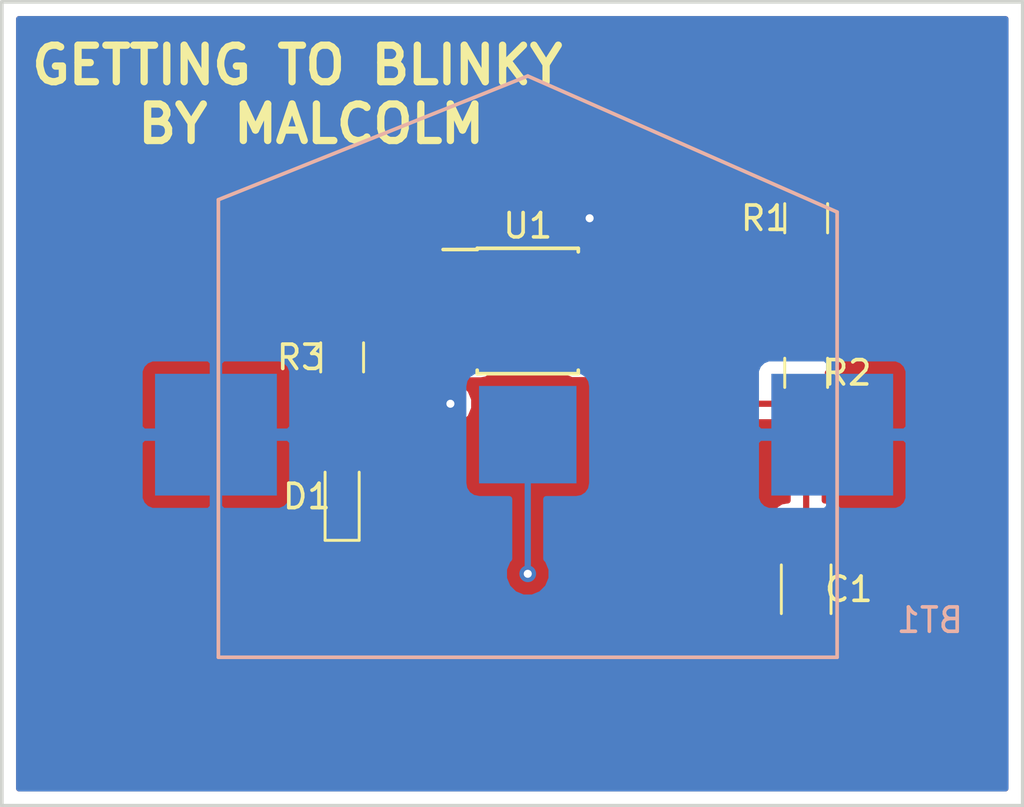
<source format=kicad_pcb>
(kicad_pcb (version 4) (host pcbnew 4.0.7)

  (general
    (links 15)
    (no_connects 0)
    (area 0 0 0 0)
    (thickness 1.6)
    (drawings 5)
    (tracks 28)
    (zones 0)
    (modules 7)
    (nets 7)
  )

  (page A4)
  (layers
    (0 F.Cu signal)
    (31 B.Cu signal)
    (32 B.Adhes user)
    (33 F.Adhes user)
    (34 B.Paste user)
    (35 F.Paste user)
    (36 B.SilkS user)
    (37 F.SilkS user)
    (38 B.Mask user)
    (39 F.Mask user)
    (40 Dwgs.User user)
    (41 Cmts.User user)
    (42 Eco1.User user)
    (43 Eco2.User user)
    (44 Edge.Cuts user)
    (45 Margin user)
    (46 B.CrtYd user)
    (47 F.CrtYd user)
    (48 B.Fab user)
    (49 F.Fab user)
  )

  (setup
    (last_trace_width 0.254)
    (trace_clearance 0.254)
    (zone_clearance 0.508)
    (zone_45_only no)
    (trace_min 0.1524)
    (segment_width 0.2)
    (edge_width 0.15)
    (via_size 0.6858)
    (via_drill 0.3302)
    (via_min_size 0.6858)
    (via_min_drill 0.3302)
    (uvia_size 0.3)
    (uvia_drill 0.1)
    (uvias_allowed no)
    (uvia_min_size 0.2)
    (uvia_min_drill 0.1)
    (pcb_text_width 0.3)
    (pcb_text_size 1.5 1.5)
    (mod_edge_width 0.15)
    (mod_text_size 1 1)
    (mod_text_width 0.15)
    (pad_size 1.524 1.524)
    (pad_drill 0.762)
    (pad_to_mask_clearance 0.2)
    (aux_axis_origin 0 0)
    (visible_elements FFFFFF7F)
    (pcbplotparams
      (layerselection 0x00030_80000001)
      (usegerberextensions false)
      (excludeedgelayer true)
      (linewidth 0.100000)
      (plotframeref false)
      (viasonmask false)
      (mode 1)
      (useauxorigin false)
      (hpglpennumber 1)
      (hpglpenspeed 20)
      (hpglpendiameter 15)
      (hpglpenoverlay 2)
      (psnegative false)
      (psa4output false)
      (plotreference true)
      (plotvalue true)
      (plotinvisibletext false)
      (padsonsilk false)
      (subtractmaskfromsilk false)
      (outputformat 1)
      (mirror false)
      (drillshape 1)
      (scaleselection 1)
      (outputdirectory ""))
  )

  (net 0 "")
  (net 1 /VDD)
  (net 2 GND)
  (net 3 "Net-(C1-Pad1)")
  (net 4 "Net-(D1-Pad2)")
  (net 5 "Net-(R1-Pad1)")
  (net 6 "Net-(R3-Pad2)")

  (net_class Default "This is the default net class."
    (clearance 0.254)
    (trace_width 0.254)
    (via_dia 0.6858)
    (via_drill 0.3302)
    (uvia_dia 0.3)
    (uvia_drill 0.1)
    (add_net /VDD)
    (add_net GND)
    (add_net "Net-(C1-Pad1)")
    (add_net "Net-(D1-Pad2)")
    (add_net "Net-(R1-Pad1)")
    (add_net "Net-(R3-Pad2)")
  )

  (module GTB:S8211R (layer B.Cu) (tedit 5A4D37C0) (tstamp 5A4D368D)
    (at 165.1 101.6)
    (path /5A3DAFEB)
    (fp_text reference BT1 (at 16.51 7.62) (layer B.SilkS)
      (effects (font (size 1 1) (thickness 0.15)) (justify mirror))
    )
    (fp_text value Battery (at 0 11.43) (layer B.Fab)
      (effects (font (size 1 1) (thickness 0.15)) (justify mirror))
    )
    (fp_line (start 12.7 9.144) (end 12.7 -9.144) (layer B.SilkS) (width 0.15))
    (fp_line (start 12.7 -9.144) (end 0 -14.732) (layer B.SilkS) (width 0.15))
    (fp_line (start 0 -14.732) (end -12.7 -9.652) (layer B.SilkS) (width 0.15))
    (fp_line (start -12.7 -9.652) (end -12.7 9.144) (layer B.SilkS) (width 0.15))
    (fp_line (start -12.7 9.144) (end 12.7 9.144) (layer B.SilkS) (width 0.15))
    (pad 1 smd rect (at -12.8 0) (size 5 5) (layers B.Cu B.Paste B.Mask)
      (net 1 /VDD))
    (pad 2 smd rect (at 0 0) (size 4 4) (layers B.Cu B.Paste B.Mask)
      (net 2 GND))
    (pad 1 smd rect (at 12.5 0) (size 5 5) (layers B.Cu B.Paste B.Mask)
      (net 1 /VDD))
  )

  (module Capacitors_SMD:C_1206_HandSoldering (layer F.Cu) (tedit 5A4D3E29) (tstamp 5A4D3693)
    (at 176.53 107.95 270)
    (descr "Capacitor SMD 1206, hand soldering")
    (tags "capacitor 1206")
    (path /5A3DA66A)
    (attr smd)
    (fp_text reference C1 (at 0 -1.75 360) (layer F.SilkS)
      (effects (font (size 1 1) (thickness 0.15)))
    )
    (fp_text value 1u (at 0 2 270) (layer F.Fab)
      (effects (font (size 1 1) (thickness 0.15)))
    )
    (fp_text user %R (at 0 -1.75 270) (layer F.Fab)
      (effects (font (size 1 1) (thickness 0.15)))
    )
    (fp_line (start -1.6 0.8) (end -1.6 -0.8) (layer F.Fab) (width 0.1))
    (fp_line (start 1.6 0.8) (end -1.6 0.8) (layer F.Fab) (width 0.1))
    (fp_line (start 1.6 -0.8) (end 1.6 0.8) (layer F.Fab) (width 0.1))
    (fp_line (start -1.6 -0.8) (end 1.6 -0.8) (layer F.Fab) (width 0.1))
    (fp_line (start 1 -1.02) (end -1 -1.02) (layer F.SilkS) (width 0.12))
    (fp_line (start -1 1.02) (end 1 1.02) (layer F.SilkS) (width 0.12))
    (fp_line (start -3.25 -1.05) (end 3.25 -1.05) (layer F.CrtYd) (width 0.05))
    (fp_line (start -3.25 -1.05) (end -3.25 1.05) (layer F.CrtYd) (width 0.05))
    (fp_line (start 3.25 1.05) (end 3.25 -1.05) (layer F.CrtYd) (width 0.05))
    (fp_line (start 3.25 1.05) (end -3.25 1.05) (layer F.CrtYd) (width 0.05))
    (pad 1 smd rect (at -2 0 270) (size 2 1.6) (layers F.Cu F.Paste F.Mask)
      (net 3 "Net-(C1-Pad1)"))
    (pad 2 smd rect (at 2 0 270) (size 2 1.6) (layers F.Cu F.Paste F.Mask)
      (net 2 GND))
    (model Capacitors_SMD.3dshapes/C_1206.wrl
      (at (xyz 0 0 0))
      (scale (xyz 1 1 1))
      (rotate (xyz 0 0 0))
    )
  )

  (module LEDs:LED_0805 (layer F.Cu) (tedit 5A4D3E1E) (tstamp 5A4D3699)
    (at 157.48 104.14 90)
    (descr "LED 0805 smd package")
    (tags "LED led 0805 SMD smd SMT smt smdled SMDLED smtled SMTLED")
    (path /5A3DA697)
    (attr smd)
    (fp_text reference D1 (at 0 -1.45 180) (layer F.SilkS)
      (effects (font (size 1 1) (thickness 0.15)))
    )
    (fp_text value LED (at 0 1.55 90) (layer F.Fab)
      (effects (font (size 1 1) (thickness 0.15)))
    )
    (fp_line (start -1.8 -0.7) (end -1.8 0.7) (layer F.SilkS) (width 0.12))
    (fp_line (start -0.4 -0.4) (end -0.4 0.4) (layer F.Fab) (width 0.1))
    (fp_line (start -0.4 0) (end 0.2 -0.4) (layer F.Fab) (width 0.1))
    (fp_line (start 0.2 0.4) (end -0.4 0) (layer F.Fab) (width 0.1))
    (fp_line (start 0.2 -0.4) (end 0.2 0.4) (layer F.Fab) (width 0.1))
    (fp_line (start 1 0.6) (end -1 0.6) (layer F.Fab) (width 0.1))
    (fp_line (start 1 -0.6) (end 1 0.6) (layer F.Fab) (width 0.1))
    (fp_line (start -1 -0.6) (end 1 -0.6) (layer F.Fab) (width 0.1))
    (fp_line (start -1 0.6) (end -1 -0.6) (layer F.Fab) (width 0.1))
    (fp_line (start -1.8 0.7) (end 1 0.7) (layer F.SilkS) (width 0.12))
    (fp_line (start -1.8 -0.7) (end 1 -0.7) (layer F.SilkS) (width 0.12))
    (fp_line (start 1.95 -0.85) (end 1.95 0.85) (layer F.CrtYd) (width 0.05))
    (fp_line (start 1.95 0.85) (end -1.95 0.85) (layer F.CrtYd) (width 0.05))
    (fp_line (start -1.95 0.85) (end -1.95 -0.85) (layer F.CrtYd) (width 0.05))
    (fp_line (start -1.95 -0.85) (end 1.95 -0.85) (layer F.CrtYd) (width 0.05))
    (fp_text user %R (at 0 -1.25 90) (layer F.Fab)
      (effects (font (size 0.4 0.4) (thickness 0.1)))
    )
    (pad 2 smd rect (at 1.1 0 270) (size 1.2 1.2) (layers F.Cu F.Paste F.Mask)
      (net 4 "Net-(D1-Pad2)"))
    (pad 1 smd rect (at -1.1 0 270) (size 1.2 1.2) (layers F.Cu F.Paste F.Mask)
      (net 2 GND))
    (model ${KISYS3DMOD}/LEDs.3dshapes/LED_0805.wrl
      (at (xyz 0 0 0))
      (scale (xyz 1 1 1))
      (rotate (xyz 0 0 180))
    )
  )

  (module Resistors_SMD:R_0805_HandSoldering (layer F.Cu) (tedit 5A4D3E22) (tstamp 5A4D369F)
    (at 176.53 92.71 90)
    (descr "Resistor SMD 0805, hand soldering")
    (tags "resistor 0805")
    (path /5A3DA610)
    (attr smd)
    (fp_text reference R1 (at 0 -1.7 180) (layer F.SilkS)
      (effects (font (size 1 1) (thickness 0.15)))
    )
    (fp_text value 1K (at 0 1.75 90) (layer F.Fab)
      (effects (font (size 1 1) (thickness 0.15)))
    )
    (fp_text user %R (at 0 0 90) (layer F.Fab)
      (effects (font (size 0.5 0.5) (thickness 0.075)))
    )
    (fp_line (start -1 0.62) (end -1 -0.62) (layer F.Fab) (width 0.1))
    (fp_line (start 1 0.62) (end -1 0.62) (layer F.Fab) (width 0.1))
    (fp_line (start 1 -0.62) (end 1 0.62) (layer F.Fab) (width 0.1))
    (fp_line (start -1 -0.62) (end 1 -0.62) (layer F.Fab) (width 0.1))
    (fp_line (start 0.6 0.88) (end -0.6 0.88) (layer F.SilkS) (width 0.12))
    (fp_line (start -0.6 -0.88) (end 0.6 -0.88) (layer F.SilkS) (width 0.12))
    (fp_line (start -2.35 -0.9) (end 2.35 -0.9) (layer F.CrtYd) (width 0.05))
    (fp_line (start -2.35 -0.9) (end -2.35 0.9) (layer F.CrtYd) (width 0.05))
    (fp_line (start 2.35 0.9) (end 2.35 -0.9) (layer F.CrtYd) (width 0.05))
    (fp_line (start 2.35 0.9) (end -2.35 0.9) (layer F.CrtYd) (width 0.05))
    (pad 1 smd rect (at -1.35 0 90) (size 1.5 1.3) (layers F.Cu F.Paste F.Mask)
      (net 5 "Net-(R1-Pad1)"))
    (pad 2 smd rect (at 1.35 0 90) (size 1.5 1.3) (layers F.Cu F.Paste F.Mask)
      (net 1 /VDD))
    (model ${KISYS3DMOD}/Resistors_SMD.3dshapes/R_0805.wrl
      (at (xyz 0 0 0))
      (scale (xyz 1 1 1))
      (rotate (xyz 0 0 0))
    )
  )

  (module Resistors_SMD:R_0805_HandSoldering (layer F.Cu) (tedit 5A4D3E26) (tstamp 5A4D36A5)
    (at 176.53 99.06 270)
    (descr "Resistor SMD 0805, hand soldering")
    (tags "resistor 0805")
    (path /5A3DA631)
    (attr smd)
    (fp_text reference R2 (at 0 -1.7 360) (layer F.SilkS)
      (effects (font (size 1 1) (thickness 0.15)))
    )
    (fp_text value 470K (at 0 1.75 270) (layer F.Fab)
      (effects (font (size 1 1) (thickness 0.15)))
    )
    (fp_text user %R (at 0 0 270) (layer F.Fab)
      (effects (font (size 0.5 0.5) (thickness 0.075)))
    )
    (fp_line (start -1 0.62) (end -1 -0.62) (layer F.Fab) (width 0.1))
    (fp_line (start 1 0.62) (end -1 0.62) (layer F.Fab) (width 0.1))
    (fp_line (start 1 -0.62) (end 1 0.62) (layer F.Fab) (width 0.1))
    (fp_line (start -1 -0.62) (end 1 -0.62) (layer F.Fab) (width 0.1))
    (fp_line (start 0.6 0.88) (end -0.6 0.88) (layer F.SilkS) (width 0.12))
    (fp_line (start -0.6 -0.88) (end 0.6 -0.88) (layer F.SilkS) (width 0.12))
    (fp_line (start -2.35 -0.9) (end 2.35 -0.9) (layer F.CrtYd) (width 0.05))
    (fp_line (start -2.35 -0.9) (end -2.35 0.9) (layer F.CrtYd) (width 0.05))
    (fp_line (start 2.35 0.9) (end 2.35 -0.9) (layer F.CrtYd) (width 0.05))
    (fp_line (start 2.35 0.9) (end -2.35 0.9) (layer F.CrtYd) (width 0.05))
    (pad 1 smd rect (at -1.35 0 270) (size 1.5 1.3) (layers F.Cu F.Paste F.Mask)
      (net 5 "Net-(R1-Pad1)"))
    (pad 2 smd rect (at 1.35 0 270) (size 1.5 1.3) (layers F.Cu F.Paste F.Mask)
      (net 3 "Net-(C1-Pad1)"))
    (model ${KISYS3DMOD}/Resistors_SMD.3dshapes/R_0805.wrl
      (at (xyz 0 0 0))
      (scale (xyz 1 1 1))
      (rotate (xyz 0 0 0))
    )
  )

  (module Resistors_SMD:R_0805_HandSoldering (layer F.Cu) (tedit 5A4D3E19) (tstamp 5A4D36AB)
    (at 157.48 98.425 90)
    (descr "Resistor SMD 0805, hand soldering")
    (tags "resistor 0805")
    (path /5A3DA5BE)
    (attr smd)
    (fp_text reference R3 (at 0 -1.7 180) (layer F.SilkS)
      (effects (font (size 1 1) (thickness 0.15)))
    )
    (fp_text value 1K (at 0 1.75 90) (layer F.Fab)
      (effects (font (size 1 1) (thickness 0.15)))
    )
    (fp_text user %R (at 0 0 90) (layer F.Fab)
      (effects (font (size 0.5 0.5) (thickness 0.075)))
    )
    (fp_line (start -1 0.62) (end -1 -0.62) (layer F.Fab) (width 0.1))
    (fp_line (start 1 0.62) (end -1 0.62) (layer F.Fab) (width 0.1))
    (fp_line (start 1 -0.62) (end 1 0.62) (layer F.Fab) (width 0.1))
    (fp_line (start -1 -0.62) (end 1 -0.62) (layer F.Fab) (width 0.1))
    (fp_line (start 0.6 0.88) (end -0.6 0.88) (layer F.SilkS) (width 0.12))
    (fp_line (start -0.6 -0.88) (end 0.6 -0.88) (layer F.SilkS) (width 0.12))
    (fp_line (start -2.35 -0.9) (end 2.35 -0.9) (layer F.CrtYd) (width 0.05))
    (fp_line (start -2.35 -0.9) (end -2.35 0.9) (layer F.CrtYd) (width 0.05))
    (fp_line (start 2.35 0.9) (end 2.35 -0.9) (layer F.CrtYd) (width 0.05))
    (fp_line (start 2.35 0.9) (end -2.35 0.9) (layer F.CrtYd) (width 0.05))
    (pad 1 smd rect (at -1.35 0 90) (size 1.5 1.3) (layers F.Cu F.Paste F.Mask)
      (net 4 "Net-(D1-Pad2)"))
    (pad 2 smd rect (at 1.35 0 90) (size 1.5 1.3) (layers F.Cu F.Paste F.Mask)
      (net 6 "Net-(R3-Pad2)"))
    (model ${KISYS3DMOD}/Resistors_SMD.3dshapes/R_0805.wrl
      (at (xyz 0 0 0))
      (scale (xyz 1 1 1))
      (rotate (xyz 0 0 0))
    )
  )

  (module Housings_SOIC:SOIC-8_3.9x4.9mm_Pitch1.27mm (layer F.Cu) (tedit 58CD0CDA) (tstamp 5A4D36B7)
    (at 165.1 96.52)
    (descr "8-Lead Plastic Small Outline (SN) - Narrow, 3.90 mm Body [SOIC] (see Microchip Packaging Specification 00000049BS.pdf)")
    (tags "SOIC 1.27")
    (path /5A3DA405)
    (attr smd)
    (fp_text reference U1 (at 0 -3.5) (layer F.SilkS)
      (effects (font (size 1 1) (thickness 0.15)))
    )
    (fp_text value 7555 (at 0 3.5) (layer F.Fab)
      (effects (font (size 1 1) (thickness 0.15)))
    )
    (fp_text user %R (at 0 0) (layer F.Fab)
      (effects (font (size 1 1) (thickness 0.15)))
    )
    (fp_line (start -0.95 -2.45) (end 1.95 -2.45) (layer F.Fab) (width 0.1))
    (fp_line (start 1.95 -2.45) (end 1.95 2.45) (layer F.Fab) (width 0.1))
    (fp_line (start 1.95 2.45) (end -1.95 2.45) (layer F.Fab) (width 0.1))
    (fp_line (start -1.95 2.45) (end -1.95 -1.45) (layer F.Fab) (width 0.1))
    (fp_line (start -1.95 -1.45) (end -0.95 -2.45) (layer F.Fab) (width 0.1))
    (fp_line (start -3.73 -2.7) (end -3.73 2.7) (layer F.CrtYd) (width 0.05))
    (fp_line (start 3.73 -2.7) (end 3.73 2.7) (layer F.CrtYd) (width 0.05))
    (fp_line (start -3.73 -2.7) (end 3.73 -2.7) (layer F.CrtYd) (width 0.05))
    (fp_line (start -3.73 2.7) (end 3.73 2.7) (layer F.CrtYd) (width 0.05))
    (fp_line (start -2.075 -2.575) (end -2.075 -2.525) (layer F.SilkS) (width 0.15))
    (fp_line (start 2.075 -2.575) (end 2.075 -2.43) (layer F.SilkS) (width 0.15))
    (fp_line (start 2.075 2.575) (end 2.075 2.43) (layer F.SilkS) (width 0.15))
    (fp_line (start -2.075 2.575) (end -2.075 2.43) (layer F.SilkS) (width 0.15))
    (fp_line (start -2.075 -2.575) (end 2.075 -2.575) (layer F.SilkS) (width 0.15))
    (fp_line (start -2.075 2.575) (end 2.075 2.575) (layer F.SilkS) (width 0.15))
    (fp_line (start -2.075 -2.525) (end -3.475 -2.525) (layer F.SilkS) (width 0.15))
    (pad 1 smd rect (at -2.7 -1.905) (size 1.55 0.6) (layers F.Cu F.Paste F.Mask)
      (net 2 GND))
    (pad 2 smd rect (at -2.7 -0.635) (size 1.55 0.6) (layers F.Cu F.Paste F.Mask)
      (net 3 "Net-(C1-Pad1)"))
    (pad 3 smd rect (at -2.7 0.635) (size 1.55 0.6) (layers F.Cu F.Paste F.Mask)
      (net 6 "Net-(R3-Pad2)"))
    (pad 4 smd rect (at -2.7 1.905) (size 1.55 0.6) (layers F.Cu F.Paste F.Mask)
      (net 1 /VDD))
    (pad 5 smd rect (at 2.7 1.905) (size 1.55 0.6) (layers F.Cu F.Paste F.Mask)
      (net 2 GND))
    (pad 6 smd rect (at 2.7 0.635) (size 1.55 0.6) (layers F.Cu F.Paste F.Mask)
      (net 3 "Net-(C1-Pad1)"))
    (pad 7 smd rect (at 2.7 -0.635) (size 1.55 0.6) (layers F.Cu F.Paste F.Mask)
      (net 5 "Net-(R1-Pad1)"))
    (pad 8 smd rect (at 2.7 -1.905) (size 1.55 0.6) (layers F.Cu F.Paste F.Mask)
      (net 1 /VDD))
    (model ${KISYS3DMOD}/Housings_SOIC.3dshapes/SOIC-8_3.9x4.9mm_Pitch1.27mm.wrl
      (at (xyz 0 0 0))
      (scale (xyz 1 1 1))
      (rotate (xyz 0 0 0))
    )
  )

  (gr_text "GETTING TO BLINKY \nBY MALCOLM" (at 156.21 87.63) (layer F.SilkS)
    (effects (font (size 1.5 1.5) (thickness 0.3)))
  )
  (gr_line (start 185.42 116.84) (end 143.51 116.84) (angle 90) (layer Edge.Cuts) (width 0.15))
  (gr_line (start 185.42 83.82) (end 185.42 116.84) (angle 90) (layer Edge.Cuts) (width 0.15))
  (gr_line (start 143.51 83.82) (end 185.42 83.82) (angle 90) (layer Edge.Cuts) (width 0.15))
  (gr_line (start 143.51 116.84) (end 143.51 83.82) (angle 90) (layer Edge.Cuts) (width 0.15))

  (segment (start 162.4 98.425) (end 161.925 98.9) (width 0.254) (layer F.Cu) (net 1) (status 400000))
  (via (at 161.925 100.33) (size 0.6858) (drill 0.3302) (layers F.Cu B.Cu) (net 1))
  (segment (start 161.925 98.9) (end 161.925 100.33) (width 0.254) (layer F.Cu) (net 1) (tstamp 5A4D3D6B))
  (segment (start 167.8 94.615) (end 167.64 94.455) (width 0.254) (layer F.Cu) (net 1))
  (segment (start 167.64 94.455) (end 167.64 92.71) (width 0.254) (layer F.Cu) (net 1) (tstamp 5A4D3C38))
  (via (at 167.64 92.71) (size 0.6858) (drill 0.3302) (layers F.Cu B.Cu) (net 1))
  (segment (start 167.8 94.615) (end 174.625 94.615) (width 0.254) (layer F.Cu) (net 1))
  (segment (start 175.26 91.44) (end 176.53 91.36) (width 0.254) (layer F.Cu) (net 1) (tstamp 5A4D3989))
  (segment (start 175.26 93.98) (end 175.26 91.44) (width 0.254) (layer F.Cu) (net 1) (tstamp 5A4D3988))
  (segment (start 174.625 94.615) (end 175.26 93.98) (width 0.254) (layer F.Cu) (net 1) (tstamp 5A4D3987))
  (segment (start 165.1 101.6) (end 165.1 107.315) (width 0.254) (layer B.Cu) (net 2))
  (via (at 165.1 107.315) (size 0.6858) (drill 0.3302) (layers F.Cu B.Cu) (net 2))
  (segment (start 176.53 100.41) (end 176.45 100.33) (width 0.254) (layer F.Cu) (net 3) (status C00000))
  (segment (start 176.45 100.33) (end 173.99 100.33) (width 0.254) (layer F.Cu) (net 3) (tstamp 5A4D3D34) (status 400000))
  (segment (start 170.18 97.155) (end 167.8 97.155) (width 0.254) (layer F.Cu) (net 3) (tstamp 5A4D3D3A) (status 800000))
  (segment (start 173.355 100.33) (end 170.18 97.155) (width 0.254) (layer F.Cu) (net 3) (tstamp 5A4D3D39))
  (segment (start 173.99 100.33) (end 173.355 100.33) (width 0.254) (layer F.Cu) (net 3) (tstamp 5A4D3D37))
  (segment (start 162.4 95.885) (end 163.83 95.885) (width 0.254) (layer F.Cu) (net 3))
  (segment (start 165.735 97.155) (end 167.8 97.155) (width 0.254) (layer F.Cu) (net 3) (tstamp 5A4D3CB9))
  (segment (start 164.465 95.885) (end 165.735 97.155) (width 0.254) (layer F.Cu) (net 3) (tstamp 5A4D3CB8))
  (segment (start 163.83 95.885) (end 164.465 95.885) (width 0.254) (layer F.Cu) (net 3) (tstamp 5A4D3CB5))
  (segment (start 176.53 100.41) (end 176.53 105.95) (width 0.254) (layer F.Cu) (net 3))
  (segment (start 157.48 99.775) (end 157.48 103.04) (width 0.254) (layer F.Cu) (net 4))
  (segment (start 176.53 94.06) (end 176.53 97.71) (width 0.254) (layer F.Cu) (net 5))
  (segment (start 167.8 95.885) (end 174.705 95.885) (width 0.254) (layer F.Cu) (net 5))
  (segment (start 174.705 95.885) (end 176.53 94.06) (width 0.254) (layer F.Cu) (net 5) (tstamp 5A4D39A6))
  (segment (start 162.4 97.155) (end 162.32 97.075) (width 0.254) (layer F.Cu) (net 6))
  (segment (start 162.32 97.075) (end 157.48 97.075) (width 0.254) (layer F.Cu) (net 6) (tstamp 5A4D3A35))

  (zone (net 2) (net_name GND) (layer F.Cu) (tstamp 5A4D3B06) (hatch edge 0.508)
    (connect_pads (clearance 0.508))
    (min_thickness 0.254)
    (fill yes (arc_segments 16) (thermal_gap 0.508) (thermal_bridge_width 0.508))
    (polygon
      (pts
        (xy 185.42 116.84) (xy 143.51 116.84) (xy 143.51 83.82) (xy 185.42 83.82)
      )
    )
    (filled_polygon
      (pts
        (xy 184.71 116.13) (xy 144.22 116.13) (xy 144.22 110.23575) (xy 175.095 110.23575) (xy 175.095 111.076309)
        (xy 175.191673 111.309698) (xy 175.370301 111.488327) (xy 175.60369 111.585) (xy 176.24425 111.585) (xy 176.403 111.42625)
        (xy 176.403 110.077) (xy 176.657 110.077) (xy 176.657 111.42625) (xy 176.81575 111.585) (xy 177.45631 111.585)
        (xy 177.689699 111.488327) (xy 177.868327 111.309698) (xy 177.965 111.076309) (xy 177.965 110.23575) (xy 177.80625 110.077)
        (xy 176.657 110.077) (xy 176.403 110.077) (xy 175.25375 110.077) (xy 175.095 110.23575) (xy 144.22 110.23575)
        (xy 144.22 108.823691) (xy 175.095 108.823691) (xy 175.095 109.66425) (xy 175.25375 109.823) (xy 176.403 109.823)
        (xy 176.403 108.47375) (xy 176.657 108.47375) (xy 176.657 109.823) (xy 177.80625 109.823) (xy 177.965 109.66425)
        (xy 177.965 108.823691) (xy 177.868327 108.590302) (xy 177.689699 108.411673) (xy 177.45631 108.315) (xy 176.81575 108.315)
        (xy 176.657 108.47375) (xy 176.403 108.47375) (xy 176.24425 108.315) (xy 175.60369 108.315) (xy 175.370301 108.411673)
        (xy 175.191673 108.590302) (xy 175.095 108.823691) (xy 144.22 108.823691) (xy 144.22 105.52575) (xy 156.245 105.52575)
        (xy 156.245 105.966309) (xy 156.341673 106.199698) (xy 156.520301 106.378327) (xy 156.75369 106.475) (xy 157.19425 106.475)
        (xy 157.353 106.31625) (xy 157.353 105.367) (xy 157.607 105.367) (xy 157.607 106.31625) (xy 157.76575 106.475)
        (xy 158.20631 106.475) (xy 158.439699 106.378327) (xy 158.618327 106.199698) (xy 158.715 105.966309) (xy 158.715 105.52575)
        (xy 158.55625 105.367) (xy 157.607 105.367) (xy 157.353 105.367) (xy 156.40375 105.367) (xy 156.245 105.52575)
        (xy 144.22 105.52575) (xy 144.22 96.325) (xy 156.18256 96.325) (xy 156.18256 97.825) (xy 156.226838 98.060317)
        (xy 156.36591 98.276441) (xy 156.57811 98.421431) (xy 156.591197 98.424081) (xy 156.378559 98.56091) (xy 156.233569 98.77311)
        (xy 156.18256 99.025) (xy 156.18256 100.525) (xy 156.226838 100.760317) (xy 156.36591 100.976441) (xy 156.57811 101.121431)
        (xy 156.718 101.149759) (xy 156.718 101.823042) (xy 156.644683 101.836838) (xy 156.428559 101.97591) (xy 156.283569 102.18811)
        (xy 156.23256 102.44) (xy 156.23256 103.64) (xy 156.276838 103.875317) (xy 156.41591 104.091441) (xy 156.484006 104.137969)
        (xy 156.341673 104.280302) (xy 156.245 104.513691) (xy 156.245 104.95425) (xy 156.40375 105.113) (xy 157.353 105.113)
        (xy 157.353 105.093) (xy 157.607 105.093) (xy 157.607 105.113) (xy 158.55625 105.113) (xy 158.715 104.95425)
        (xy 158.715 104.513691) (xy 158.618327 104.280302) (xy 158.47709 104.139064) (xy 158.531441 104.10409) (xy 158.676431 103.89189)
        (xy 158.72744 103.64) (xy 158.72744 102.44) (xy 158.683162 102.204683) (xy 158.54409 101.988559) (xy 158.33189 101.843569)
        (xy 158.242 101.825366) (xy 158.242 101.151366) (xy 158.365317 101.128162) (xy 158.581441 100.98909) (xy 158.726431 100.77689)
        (xy 158.77744 100.525) (xy 158.77744 99.025) (xy 158.733162 98.789683) (xy 158.59409 98.573559) (xy 158.38189 98.428569)
        (xy 158.368803 98.425919) (xy 158.581441 98.28909) (xy 158.726431 98.07689) (xy 158.77501 97.837) (xy 161.053242 97.837)
        (xy 161.028569 97.87311) (xy 160.97756 98.125) (xy 160.97756 98.725) (xy 161.021838 98.960317) (xy 161.16091 99.176441)
        (xy 161.163 99.177869) (xy 161.163 99.708917) (xy 161.09646 99.775341) (xy 160.94727 100.13463) (xy 160.946931 100.523663)
        (xy 161.095493 100.883212) (xy 161.370341 101.15854) (xy 161.72963 101.30773) (xy 162.118663 101.308069) (xy 162.478212 101.159507)
        (xy 162.75354 100.884659) (xy 162.90273 100.52537) (xy 162.903069 100.136337) (xy 162.754507 99.776788) (xy 162.687 99.709163)
        (xy 162.687 99.37244) (xy 163.175 99.37244) (xy 163.410317 99.328162) (xy 163.626441 99.18909) (xy 163.771431 98.97689)
        (xy 163.82244 98.725) (xy 163.82244 98.71075) (xy 166.39 98.71075) (xy 166.39 98.85131) (xy 166.486673 99.084699)
        (xy 166.665302 99.263327) (xy 166.898691 99.36) (xy 167.51425 99.36) (xy 167.673 99.20125) (xy 167.673 98.552)
        (xy 167.927 98.552) (xy 167.927 99.20125) (xy 168.08575 99.36) (xy 168.701309 99.36) (xy 168.934698 99.263327)
        (xy 169.113327 99.084699) (xy 169.21 98.85131) (xy 169.21 98.71075) (xy 169.05125 98.552) (xy 167.927 98.552)
        (xy 167.673 98.552) (xy 166.54875 98.552) (xy 166.39 98.71075) (xy 163.82244 98.71075) (xy 163.82244 98.125)
        (xy 163.778162 97.889683) (xy 163.714322 97.790472) (xy 163.771431 97.70689) (xy 163.82244 97.455) (xy 163.82244 96.855)
        (xy 163.783302 96.647) (xy 164.14937 96.647) (xy 165.196184 97.693815) (xy 165.410476 97.837) (xy 165.443395 97.858996)
        (xy 165.735 97.917) (xy 166.423837 97.917) (xy 166.39 97.99869) (xy 166.39 98.13925) (xy 166.54875 98.298)
        (xy 167.673 98.298) (xy 167.673 98.278) (xy 167.927 98.278) (xy 167.927 98.298) (xy 169.05125 98.298)
        (xy 169.21 98.13925) (xy 169.21 97.99869) (xy 169.176163 97.917) (xy 169.86437 97.917) (xy 172.816185 100.868815)
        (xy 173.063395 101.033996) (xy 173.355 101.092) (xy 175.23256 101.092) (xy 175.23256 101.16) (xy 175.276838 101.395317)
        (xy 175.41591 101.611441) (xy 175.62811 101.756431) (xy 175.768 101.784759) (xy 175.768 104.30256) (xy 175.73 104.30256)
        (xy 175.494683 104.346838) (xy 175.278559 104.48591) (xy 175.133569 104.69811) (xy 175.08256 104.95) (xy 175.08256 106.95)
        (xy 175.126838 107.185317) (xy 175.26591 107.401441) (xy 175.47811 107.546431) (xy 175.73 107.59744) (xy 177.33 107.59744)
        (xy 177.565317 107.553162) (xy 177.781441 107.41409) (xy 177.926431 107.20189) (xy 177.97744 106.95) (xy 177.97744 104.95)
        (xy 177.933162 104.714683) (xy 177.79409 104.498559) (xy 177.58189 104.353569) (xy 177.33 104.30256) (xy 177.292 104.30256)
        (xy 177.292 101.786366) (xy 177.415317 101.763162) (xy 177.631441 101.62409) (xy 177.776431 101.41189) (xy 177.82744 101.16)
        (xy 177.82744 99.66) (xy 177.783162 99.424683) (xy 177.64409 99.208559) (xy 177.43189 99.063569) (xy 177.418803 99.060919)
        (xy 177.631441 98.92409) (xy 177.776431 98.71189) (xy 177.82744 98.46) (xy 177.82744 96.96) (xy 177.783162 96.724683)
        (xy 177.64409 96.508559) (xy 177.43189 96.363569) (xy 177.292 96.335241) (xy 177.292 95.436366) (xy 177.415317 95.413162)
        (xy 177.631441 95.27409) (xy 177.776431 95.06189) (xy 177.82744 94.81) (xy 177.82744 93.31) (xy 177.783162 93.074683)
        (xy 177.64409 92.858559) (xy 177.43189 92.713569) (xy 177.418803 92.710919) (xy 177.631441 92.57409) (xy 177.776431 92.36189)
        (xy 177.82744 92.11) (xy 177.82744 90.61) (xy 177.783162 90.374683) (xy 177.64409 90.158559) (xy 177.43189 90.013569)
        (xy 177.18 89.96256) (xy 175.88 89.96256) (xy 175.644683 90.006838) (xy 175.428559 90.14591) (xy 175.283569 90.35811)
        (xy 175.23256 90.61) (xy 175.23256 90.678218) (xy 175.212095 90.679507) (xy 175.09113 90.71159) (xy 174.968395 90.736004)
        (xy 174.948196 90.749501) (xy 174.924713 90.755729) (xy 174.825236 90.83166) (xy 174.721185 90.901185) (xy 174.707688 90.921385)
        (xy 174.688377 90.936125) (xy 174.625531 91.044341) (xy 174.556004 91.148395) (xy 174.551265 91.172222) (xy 174.539064 91.19323)
        (xy 174.522414 91.317264) (xy 174.498 91.44) (xy 174.498 93.664369) (xy 174.30937 93.853) (xy 169.023636 93.853)
        (xy 168.82689 93.718569) (xy 168.575 93.66756) (xy 168.402 93.66756) (xy 168.402 93.331083) (xy 168.46854 93.264659)
        (xy 168.61773 92.90537) (xy 168.618069 92.516337) (xy 168.469507 92.156788) (xy 168.194659 91.88146) (xy 167.83537 91.73227)
        (xy 167.446337 91.731931) (xy 167.086788 91.880493) (xy 166.81146 92.155341) (xy 166.66227 92.51463) (xy 166.661931 92.903663)
        (xy 166.810493 93.263212) (xy 166.878 93.330837) (xy 166.878 93.69522) (xy 166.789683 93.711838) (xy 166.573559 93.85091)
        (xy 166.428569 94.06311) (xy 166.37756 94.315) (xy 166.37756 94.915) (xy 166.421838 95.150317) (xy 166.485678 95.249528)
        (xy 166.428569 95.33311) (xy 166.37756 95.585) (xy 166.37756 96.185) (xy 166.416698 96.393) (xy 166.050631 96.393)
        (xy 165.003815 95.346185) (xy 164.896829 95.274699) (xy 164.756605 95.181004) (xy 164.465 95.123) (xy 163.776163 95.123)
        (xy 163.81 95.04131) (xy 163.81 94.90075) (xy 163.65125 94.742) (xy 162.527 94.742) (xy 162.527 94.762)
        (xy 162.273 94.762) (xy 162.273 94.742) (xy 161.14875 94.742) (xy 160.99 94.90075) (xy 160.99 95.04131)
        (xy 161.079806 95.258122) (xy 161.028569 95.33311) (xy 160.97756 95.585) (xy 160.97756 96.185) (xy 161.001645 96.313)
        (xy 158.775182 96.313) (xy 158.733162 96.089683) (xy 158.59409 95.873559) (xy 158.38189 95.728569) (xy 158.13 95.67756)
        (xy 156.83 95.67756) (xy 156.594683 95.721838) (xy 156.378559 95.86091) (xy 156.233569 96.07311) (xy 156.18256 96.325)
        (xy 144.22 96.325) (xy 144.22 94.18869) (xy 160.99 94.18869) (xy 160.99 94.32925) (xy 161.14875 94.488)
        (xy 162.273 94.488) (xy 162.273 93.83875) (xy 162.527 93.83875) (xy 162.527 94.488) (xy 163.65125 94.488)
        (xy 163.81 94.32925) (xy 163.81 94.18869) (xy 163.713327 93.955301) (xy 163.534698 93.776673) (xy 163.301309 93.68)
        (xy 162.68575 93.68) (xy 162.527 93.83875) (xy 162.273 93.83875) (xy 162.11425 93.68) (xy 161.498691 93.68)
        (xy 161.265302 93.776673) (xy 161.086673 93.955301) (xy 160.99 94.18869) (xy 144.22 94.18869) (xy 144.22 84.53)
        (xy 184.71 84.53)
      )
    )
  )
  (zone (net 1) (net_name /VDD) (layer B.Cu) (tstamp 5A4D3B85) (hatch edge 0.508)
    (connect_pads (clearance 0.508))
    (min_thickness 0.254)
    (fill yes (arc_segments 16) (thermal_gap 0.508) (thermal_bridge_width 0.508))
    (polygon
      (pts
        (xy 185.42 116.84) (xy 143.51 116.84) (xy 143.51 83.82) (xy 185.42 83.82)
      )
    )
    (filled_polygon
      (pts
        (xy 184.71 116.13) (xy 144.22 116.13) (xy 144.22 101.88575) (xy 149.165 101.88575) (xy 149.165 104.22631)
        (xy 149.261673 104.459699) (xy 149.440302 104.638327) (xy 149.673691 104.735) (xy 152.01425 104.735) (xy 152.173 104.57625)
        (xy 152.173 101.727) (xy 152.427 101.727) (xy 152.427 104.57625) (xy 152.58575 104.735) (xy 154.926309 104.735)
        (xy 155.159698 104.638327) (xy 155.338327 104.459699) (xy 155.435 104.22631) (xy 155.435 101.88575) (xy 155.27625 101.727)
        (xy 152.427 101.727) (xy 152.173 101.727) (xy 149.32375 101.727) (xy 149.165 101.88575) (xy 144.22 101.88575)
        (xy 144.22 98.97369) (xy 149.165 98.97369) (xy 149.165 101.31425) (xy 149.32375 101.473) (xy 152.173 101.473)
        (xy 152.173 98.62375) (xy 152.427 98.62375) (xy 152.427 101.473) (xy 155.27625 101.473) (xy 155.435 101.31425)
        (xy 155.435 99.6) (xy 162.45256 99.6) (xy 162.45256 103.6) (xy 162.496838 103.835317) (xy 162.63591 104.051441)
        (xy 162.84811 104.196431) (xy 163.1 104.24744) (xy 164.338 104.24744) (xy 164.338 106.693917) (xy 164.27146 106.760341)
        (xy 164.12227 107.11963) (xy 164.121931 107.508663) (xy 164.270493 107.868212) (xy 164.545341 108.14354) (xy 164.90463 108.29273)
        (xy 165.293663 108.293069) (xy 165.653212 108.144507) (xy 165.92854 107.869659) (xy 166.07773 107.51037) (xy 166.078069 107.121337)
        (xy 165.929507 106.761788) (xy 165.862 106.694163) (xy 165.862 104.24744) (xy 167.1 104.24744) (xy 167.335317 104.203162)
        (xy 167.551441 104.06409) (xy 167.696431 103.85189) (xy 167.74744 103.6) (xy 167.74744 101.88575) (xy 174.465 101.88575)
        (xy 174.465 104.22631) (xy 174.561673 104.459699) (xy 174.740302 104.638327) (xy 174.973691 104.735) (xy 177.31425 104.735)
        (xy 177.473 104.57625) (xy 177.473 101.727) (xy 177.727 101.727) (xy 177.727 104.57625) (xy 177.88575 104.735)
        (xy 180.226309 104.735) (xy 180.459698 104.638327) (xy 180.638327 104.459699) (xy 180.735 104.22631) (xy 180.735 101.88575)
        (xy 180.57625 101.727) (xy 177.727 101.727) (xy 177.473 101.727) (xy 174.62375 101.727) (xy 174.465 101.88575)
        (xy 167.74744 101.88575) (xy 167.74744 99.6) (xy 167.703162 99.364683) (xy 167.56409 99.148559) (xy 167.35189 99.003569)
        (xy 167.204344 98.97369) (xy 174.465 98.97369) (xy 174.465 101.31425) (xy 174.62375 101.473) (xy 177.473 101.473)
        (xy 177.473 98.62375) (xy 177.727 98.62375) (xy 177.727 101.473) (xy 180.57625 101.473) (xy 180.735 101.31425)
        (xy 180.735 98.97369) (xy 180.638327 98.740301) (xy 180.459698 98.561673) (xy 180.226309 98.465) (xy 177.88575 98.465)
        (xy 177.727 98.62375) (xy 177.473 98.62375) (xy 177.31425 98.465) (xy 174.973691 98.465) (xy 174.740302 98.561673)
        (xy 174.561673 98.740301) (xy 174.465 98.97369) (xy 167.204344 98.97369) (xy 167.1 98.95256) (xy 163.1 98.95256)
        (xy 162.864683 98.996838) (xy 162.648559 99.13591) (xy 162.503569 99.34811) (xy 162.45256 99.6) (xy 155.435 99.6)
        (xy 155.435 98.97369) (xy 155.338327 98.740301) (xy 155.159698 98.561673) (xy 154.926309 98.465) (xy 152.58575 98.465)
        (xy 152.427 98.62375) (xy 152.173 98.62375) (xy 152.01425 98.465) (xy 149.673691 98.465) (xy 149.440302 98.561673)
        (xy 149.261673 98.740301) (xy 149.165 98.97369) (xy 144.22 98.97369) (xy 144.22 84.53) (xy 184.71 84.53)
      )
    )
  )
)

</source>
